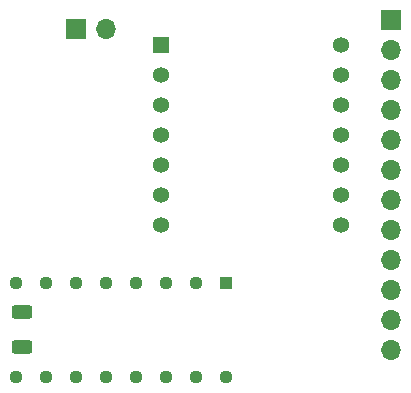
<source format=gbs>
G04 #@! TF.GenerationSoftware,KiCad,Pcbnew,6.0.2+dfsg-1*
G04 #@! TF.CreationDate,2023-08-17T23:32:23+01:00*
G04 #@! TF.ProjectId,TriboeletricSampler,54726962-6f65-46c6-9574-72696353616d,rev?*
G04 #@! TF.SameCoordinates,Original*
G04 #@! TF.FileFunction,Soldermask,Bot*
G04 #@! TF.FilePolarity,Negative*
%FSLAX46Y46*%
G04 Gerber Fmt 4.6, Leading zero omitted, Abs format (unit mm)*
G04 Created by KiCad (PCBNEW 6.0.2+dfsg-1) date 2023-08-17 23:32:23*
%MOMM*%
%LPD*%
G01*
G04 APERTURE LIST*
G04 Aperture macros list*
%AMRoundRect*
0 Rectangle with rounded corners*
0 $1 Rounding radius*
0 $2 $3 $4 $5 $6 $7 $8 $9 X,Y pos of 4 corners*
0 Add a 4 corners polygon primitive as box body*
4,1,4,$2,$3,$4,$5,$6,$7,$8,$9,$2,$3,0*
0 Add four circle primitives for the rounded corners*
1,1,$1+$1,$2,$3*
1,1,$1+$1,$4,$5*
1,1,$1+$1,$6,$7*
1,1,$1+$1,$8,$9*
0 Add four rect primitives between the rounded corners*
20,1,$1+$1,$2,$3,$4,$5,0*
20,1,$1+$1,$4,$5,$6,$7,0*
20,1,$1+$1,$6,$7,$8,$9,0*
20,1,$1+$1,$8,$9,$2,$3,0*%
G04 Aperture macros list end*
%ADD10R,1.130000X1.130000*%
%ADD11C,1.130000*%
%ADD12R,1.700000X1.700000*%
%ADD13O,1.700000X1.700000*%
%ADD14R,1.358000X1.358000*%
%ADD15C,1.358000*%
%ADD16RoundRect,0.250000X-0.625000X0.312500X-0.625000X-0.312500X0.625000X-0.312500X0.625000X0.312500X0*%
G04 APERTURE END LIST*
D10*
X188638522Y-85039609D03*
D11*
X186098522Y-85039609D03*
X183558522Y-85039609D03*
X181018522Y-85039609D03*
X178478522Y-85039609D03*
X175938522Y-85039609D03*
X173398522Y-85039609D03*
X170858522Y-85039609D03*
X170858522Y-92979609D03*
X173398522Y-92979609D03*
X175938522Y-92979609D03*
X178478522Y-92979609D03*
X181018522Y-92979609D03*
X183558522Y-92979609D03*
X186098522Y-92979609D03*
X188638522Y-92979609D03*
D12*
X202560755Y-62723445D03*
D13*
X202560755Y-65263445D03*
X202560755Y-67803445D03*
X202560755Y-70343445D03*
X202560755Y-72883445D03*
X202560755Y-75423445D03*
X202560755Y-77963445D03*
X202560755Y-80503445D03*
X202560755Y-83043445D03*
X202560755Y-85583445D03*
X202560755Y-88123445D03*
X202560755Y-90663445D03*
D12*
X175860755Y-63500000D03*
D13*
X178400755Y-63500000D03*
D14*
X183071062Y-64866330D03*
D15*
X183071062Y-67406330D03*
X183071062Y-69946330D03*
X183071062Y-72486330D03*
X183071062Y-75026330D03*
X183071062Y-77566330D03*
X183071062Y-80106330D03*
X198311062Y-80106330D03*
X198311062Y-77566330D03*
X198311062Y-75026330D03*
X198311062Y-72486330D03*
X198311062Y-69946330D03*
X198311062Y-67406330D03*
X198311062Y-64866330D03*
D16*
X171337108Y-87504503D03*
X171337108Y-90429503D03*
M02*

</source>
